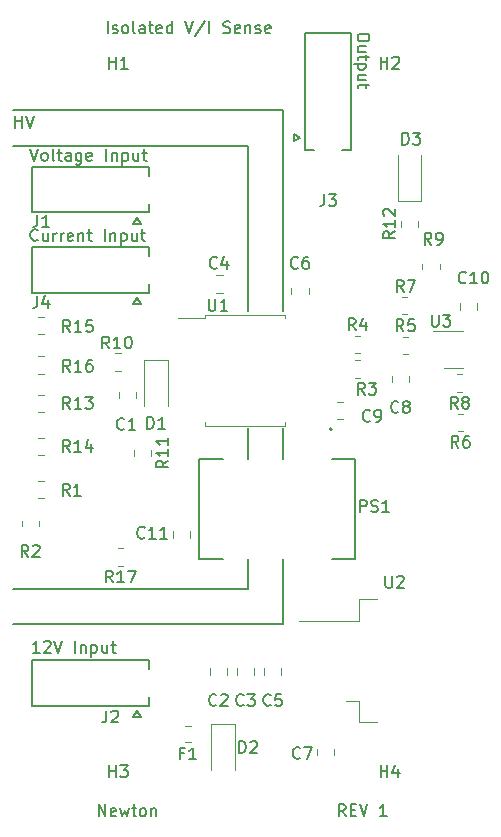
<source format=gbr>
%TF.GenerationSoftware,KiCad,Pcbnew,(6.0.0)*%
%TF.CreationDate,2023-03-29T21:01:20-06:00*%
%TF.ProjectId,isolated_voltage_and_current_sensor,69736f6c-6174-4656-945f-766f6c746167,1*%
%TF.SameCoordinates,Original*%
%TF.FileFunction,Legend,Top*%
%TF.FilePolarity,Positive*%
%FSLAX46Y46*%
G04 Gerber Fmt 4.6, Leading zero omitted, Abs format (unit mm)*
G04 Created by KiCad (PCBNEW (6.0.0)) date 2023-03-29 21:01:20*
%MOMM*%
%LPD*%
G01*
G04 APERTURE LIST*
%ADD10C,0.150000*%
%ADD11C,0.120000*%
%ADD12C,0.127000*%
%ADD13C,0.200000*%
G04 APERTURE END LIST*
D10*
X137000000Y-106500000D02*
X137000000Y-104000000D01*
X137000000Y-95500000D02*
X137000000Y-92900000D01*
X137000000Y-106500000D02*
X117100000Y-106500000D01*
X137000000Y-69000000D02*
X117100000Y-69000000D01*
X140000000Y-109500000D02*
X140000000Y-104000000D01*
X117100000Y-66000000D02*
X140000000Y-66000000D01*
X140000000Y-109500000D02*
X117100000Y-109500000D01*
X140000000Y-92900000D02*
X140000000Y-95500000D01*
X140000000Y-66000000D02*
X140000000Y-83000000D01*
X137000000Y-83000000D02*
X137000000Y-69000000D01*
X124371428Y-125752380D02*
X124371428Y-124752380D01*
X124942857Y-125752380D01*
X124942857Y-124752380D01*
X125800000Y-125704761D02*
X125704761Y-125752380D01*
X125514285Y-125752380D01*
X125419047Y-125704761D01*
X125371428Y-125609523D01*
X125371428Y-125228571D01*
X125419047Y-125133333D01*
X125514285Y-125085714D01*
X125704761Y-125085714D01*
X125800000Y-125133333D01*
X125847619Y-125228571D01*
X125847619Y-125323809D01*
X125371428Y-125419047D01*
X126180952Y-125085714D02*
X126371428Y-125752380D01*
X126561904Y-125276190D01*
X126752380Y-125752380D01*
X126942857Y-125085714D01*
X127180952Y-125085714D02*
X127561904Y-125085714D01*
X127323809Y-124752380D02*
X127323809Y-125609523D01*
X127371428Y-125704761D01*
X127466666Y-125752380D01*
X127561904Y-125752380D01*
X128038095Y-125752380D02*
X127942857Y-125704761D01*
X127895238Y-125657142D01*
X127847619Y-125561904D01*
X127847619Y-125276190D01*
X127895238Y-125180952D01*
X127942857Y-125133333D01*
X128038095Y-125085714D01*
X128180952Y-125085714D01*
X128276190Y-125133333D01*
X128323809Y-125180952D01*
X128371428Y-125276190D01*
X128371428Y-125561904D01*
X128323809Y-125657142D01*
X128276190Y-125704761D01*
X128180952Y-125752380D01*
X128038095Y-125752380D01*
X128800000Y-125085714D02*
X128800000Y-125752380D01*
X128800000Y-125180952D02*
X128847619Y-125133333D01*
X128942857Y-125085714D01*
X129085714Y-125085714D01*
X129180952Y-125133333D01*
X129228571Y-125228571D01*
X129228571Y-125752380D01*
X125119047Y-59452380D02*
X125119047Y-58452380D01*
X125547619Y-59404761D02*
X125642857Y-59452380D01*
X125833333Y-59452380D01*
X125928571Y-59404761D01*
X125976190Y-59309523D01*
X125976190Y-59261904D01*
X125928571Y-59166666D01*
X125833333Y-59119047D01*
X125690476Y-59119047D01*
X125595238Y-59071428D01*
X125547619Y-58976190D01*
X125547619Y-58928571D01*
X125595238Y-58833333D01*
X125690476Y-58785714D01*
X125833333Y-58785714D01*
X125928571Y-58833333D01*
X126547619Y-59452380D02*
X126452380Y-59404761D01*
X126404761Y-59357142D01*
X126357142Y-59261904D01*
X126357142Y-58976190D01*
X126404761Y-58880952D01*
X126452380Y-58833333D01*
X126547619Y-58785714D01*
X126690476Y-58785714D01*
X126785714Y-58833333D01*
X126833333Y-58880952D01*
X126880952Y-58976190D01*
X126880952Y-59261904D01*
X126833333Y-59357142D01*
X126785714Y-59404761D01*
X126690476Y-59452380D01*
X126547619Y-59452380D01*
X127452380Y-59452380D02*
X127357142Y-59404761D01*
X127309523Y-59309523D01*
X127309523Y-58452380D01*
X128261904Y-59452380D02*
X128261904Y-58928571D01*
X128214285Y-58833333D01*
X128119047Y-58785714D01*
X127928571Y-58785714D01*
X127833333Y-58833333D01*
X128261904Y-59404761D02*
X128166666Y-59452380D01*
X127928571Y-59452380D01*
X127833333Y-59404761D01*
X127785714Y-59309523D01*
X127785714Y-59214285D01*
X127833333Y-59119047D01*
X127928571Y-59071428D01*
X128166666Y-59071428D01*
X128261904Y-59023809D01*
X128595238Y-58785714D02*
X128976190Y-58785714D01*
X128738095Y-58452380D02*
X128738095Y-59309523D01*
X128785714Y-59404761D01*
X128880952Y-59452380D01*
X128976190Y-59452380D01*
X129690476Y-59404761D02*
X129595238Y-59452380D01*
X129404761Y-59452380D01*
X129309523Y-59404761D01*
X129261904Y-59309523D01*
X129261904Y-58928571D01*
X129309523Y-58833333D01*
X129404761Y-58785714D01*
X129595238Y-58785714D01*
X129690476Y-58833333D01*
X129738095Y-58928571D01*
X129738095Y-59023809D01*
X129261904Y-59119047D01*
X130595238Y-59452380D02*
X130595238Y-58452380D01*
X130595238Y-59404761D02*
X130500000Y-59452380D01*
X130309523Y-59452380D01*
X130214285Y-59404761D01*
X130166666Y-59357142D01*
X130119047Y-59261904D01*
X130119047Y-58976190D01*
X130166666Y-58880952D01*
X130214285Y-58833333D01*
X130309523Y-58785714D01*
X130500000Y-58785714D01*
X130595238Y-58833333D01*
X131690476Y-58452380D02*
X132023809Y-59452380D01*
X132357142Y-58452380D01*
X133404761Y-58404761D02*
X132547619Y-59690476D01*
X133738095Y-59452380D02*
X133738095Y-58452380D01*
X134928571Y-59404761D02*
X135071428Y-59452380D01*
X135309523Y-59452380D01*
X135404761Y-59404761D01*
X135452380Y-59357142D01*
X135500000Y-59261904D01*
X135500000Y-59166666D01*
X135452380Y-59071428D01*
X135404761Y-59023809D01*
X135309523Y-58976190D01*
X135119047Y-58928571D01*
X135023809Y-58880952D01*
X134976190Y-58833333D01*
X134928571Y-58738095D01*
X134928571Y-58642857D01*
X134976190Y-58547619D01*
X135023809Y-58500000D01*
X135119047Y-58452380D01*
X135357142Y-58452380D01*
X135500000Y-58500000D01*
X136309523Y-59404761D02*
X136214285Y-59452380D01*
X136023809Y-59452380D01*
X135928571Y-59404761D01*
X135880952Y-59309523D01*
X135880952Y-58928571D01*
X135928571Y-58833333D01*
X136023809Y-58785714D01*
X136214285Y-58785714D01*
X136309523Y-58833333D01*
X136357142Y-58928571D01*
X136357142Y-59023809D01*
X135880952Y-59119047D01*
X136785714Y-58785714D02*
X136785714Y-59452380D01*
X136785714Y-58880952D02*
X136833333Y-58833333D01*
X136928571Y-58785714D01*
X137071428Y-58785714D01*
X137166666Y-58833333D01*
X137214285Y-58928571D01*
X137214285Y-59452380D01*
X137642857Y-59404761D02*
X137738095Y-59452380D01*
X137928571Y-59452380D01*
X138023809Y-59404761D01*
X138071428Y-59309523D01*
X138071428Y-59261904D01*
X138023809Y-59166666D01*
X137928571Y-59119047D01*
X137785714Y-59119047D01*
X137690476Y-59071428D01*
X137642857Y-58976190D01*
X137642857Y-58928571D01*
X137690476Y-58833333D01*
X137785714Y-58785714D01*
X137928571Y-58785714D01*
X138023809Y-58833333D01*
X138880952Y-59404761D02*
X138785714Y-59452380D01*
X138595238Y-59452380D01*
X138500000Y-59404761D01*
X138452380Y-59309523D01*
X138452380Y-58928571D01*
X138500000Y-58833333D01*
X138595238Y-58785714D01*
X138785714Y-58785714D01*
X138880952Y-58833333D01*
X138928571Y-58928571D01*
X138928571Y-59023809D01*
X138452380Y-59119047D01*
X119369047Y-111912380D02*
X118797619Y-111912380D01*
X119083333Y-111912380D02*
X119083333Y-110912380D01*
X118988095Y-111055238D01*
X118892857Y-111150476D01*
X118797619Y-111198095D01*
X119750000Y-111007619D02*
X119797619Y-110960000D01*
X119892857Y-110912380D01*
X120130952Y-110912380D01*
X120226190Y-110960000D01*
X120273809Y-111007619D01*
X120321428Y-111102857D01*
X120321428Y-111198095D01*
X120273809Y-111340952D01*
X119702380Y-111912380D01*
X120321428Y-111912380D01*
X120607142Y-110912380D02*
X120940476Y-111912380D01*
X121273809Y-110912380D01*
X122369047Y-111912380D02*
X122369047Y-110912380D01*
X122845238Y-111245714D02*
X122845238Y-111912380D01*
X122845238Y-111340952D02*
X122892857Y-111293333D01*
X122988095Y-111245714D01*
X123130952Y-111245714D01*
X123226190Y-111293333D01*
X123273809Y-111388571D01*
X123273809Y-111912380D01*
X123750000Y-111245714D02*
X123750000Y-112245714D01*
X123750000Y-111293333D02*
X123845238Y-111245714D01*
X124035714Y-111245714D01*
X124130952Y-111293333D01*
X124178571Y-111340952D01*
X124226190Y-111436190D01*
X124226190Y-111721904D01*
X124178571Y-111817142D01*
X124130952Y-111864761D01*
X124035714Y-111912380D01*
X123845238Y-111912380D01*
X123750000Y-111864761D01*
X125083333Y-111245714D02*
X125083333Y-111912380D01*
X124654761Y-111245714D02*
X124654761Y-111769523D01*
X124702380Y-111864761D01*
X124797619Y-111912380D01*
X124940476Y-111912380D01*
X125035714Y-111864761D01*
X125083333Y-111817142D01*
X125416666Y-111245714D02*
X125797619Y-111245714D01*
X125559523Y-110912380D02*
X125559523Y-111769523D01*
X125607142Y-111864761D01*
X125702380Y-111912380D01*
X125797619Y-111912380D01*
X147297619Y-59726190D02*
X147297619Y-59916666D01*
X147250000Y-60011904D01*
X147154761Y-60107142D01*
X146964285Y-60154761D01*
X146630952Y-60154761D01*
X146440476Y-60107142D01*
X146345238Y-60011904D01*
X146297619Y-59916666D01*
X146297619Y-59726190D01*
X146345238Y-59630952D01*
X146440476Y-59535714D01*
X146630952Y-59488095D01*
X146964285Y-59488095D01*
X147154761Y-59535714D01*
X147250000Y-59630952D01*
X147297619Y-59726190D01*
X146964285Y-61011904D02*
X146297619Y-61011904D01*
X146964285Y-60583333D02*
X146440476Y-60583333D01*
X146345238Y-60630952D01*
X146297619Y-60726190D01*
X146297619Y-60869047D01*
X146345238Y-60964285D01*
X146392857Y-61011904D01*
X146964285Y-61345238D02*
X146964285Y-61726190D01*
X147297619Y-61488095D02*
X146440476Y-61488095D01*
X146345238Y-61535714D01*
X146297619Y-61630952D01*
X146297619Y-61726190D01*
X146964285Y-62059523D02*
X145964285Y-62059523D01*
X146916666Y-62059523D02*
X146964285Y-62154761D01*
X146964285Y-62345238D01*
X146916666Y-62440476D01*
X146869047Y-62488095D01*
X146773809Y-62535714D01*
X146488095Y-62535714D01*
X146392857Y-62488095D01*
X146345238Y-62440476D01*
X146297619Y-62345238D01*
X146297619Y-62154761D01*
X146345238Y-62059523D01*
X146964285Y-63392857D02*
X146297619Y-63392857D01*
X146964285Y-62964285D02*
X146440476Y-62964285D01*
X146345238Y-63011904D01*
X146297619Y-63107142D01*
X146297619Y-63250000D01*
X146345238Y-63345238D01*
X146392857Y-63392857D01*
X146964285Y-63726190D02*
X146964285Y-64107142D01*
X147297619Y-63869047D02*
X146440476Y-63869047D01*
X146345238Y-63916666D01*
X146297619Y-64011904D01*
X146297619Y-64107142D01*
X118571428Y-69252380D02*
X118904761Y-70252380D01*
X119238095Y-69252380D01*
X119714285Y-70252380D02*
X119619047Y-70204761D01*
X119571428Y-70157142D01*
X119523809Y-70061904D01*
X119523809Y-69776190D01*
X119571428Y-69680952D01*
X119619047Y-69633333D01*
X119714285Y-69585714D01*
X119857142Y-69585714D01*
X119952380Y-69633333D01*
X120000000Y-69680952D01*
X120047619Y-69776190D01*
X120047619Y-70061904D01*
X120000000Y-70157142D01*
X119952380Y-70204761D01*
X119857142Y-70252380D01*
X119714285Y-70252380D01*
X120619047Y-70252380D02*
X120523809Y-70204761D01*
X120476190Y-70109523D01*
X120476190Y-69252380D01*
X120857142Y-69585714D02*
X121238095Y-69585714D01*
X121000000Y-69252380D02*
X121000000Y-70109523D01*
X121047619Y-70204761D01*
X121142857Y-70252380D01*
X121238095Y-70252380D01*
X122000000Y-70252380D02*
X122000000Y-69728571D01*
X121952380Y-69633333D01*
X121857142Y-69585714D01*
X121666666Y-69585714D01*
X121571428Y-69633333D01*
X122000000Y-70204761D02*
X121904761Y-70252380D01*
X121666666Y-70252380D01*
X121571428Y-70204761D01*
X121523809Y-70109523D01*
X121523809Y-70014285D01*
X121571428Y-69919047D01*
X121666666Y-69871428D01*
X121904761Y-69871428D01*
X122000000Y-69823809D01*
X122904761Y-69585714D02*
X122904761Y-70395238D01*
X122857142Y-70490476D01*
X122809523Y-70538095D01*
X122714285Y-70585714D01*
X122571428Y-70585714D01*
X122476190Y-70538095D01*
X122904761Y-70204761D02*
X122809523Y-70252380D01*
X122619047Y-70252380D01*
X122523809Y-70204761D01*
X122476190Y-70157142D01*
X122428571Y-70061904D01*
X122428571Y-69776190D01*
X122476190Y-69680952D01*
X122523809Y-69633333D01*
X122619047Y-69585714D01*
X122809523Y-69585714D01*
X122904761Y-69633333D01*
X123761904Y-70204761D02*
X123666666Y-70252380D01*
X123476190Y-70252380D01*
X123380952Y-70204761D01*
X123333333Y-70109523D01*
X123333333Y-69728571D01*
X123380952Y-69633333D01*
X123476190Y-69585714D01*
X123666666Y-69585714D01*
X123761904Y-69633333D01*
X123809523Y-69728571D01*
X123809523Y-69823809D01*
X123333333Y-69919047D01*
X125000000Y-70252380D02*
X125000000Y-69252380D01*
X125476190Y-69585714D02*
X125476190Y-70252380D01*
X125476190Y-69680952D02*
X125523809Y-69633333D01*
X125619047Y-69585714D01*
X125761904Y-69585714D01*
X125857142Y-69633333D01*
X125904761Y-69728571D01*
X125904761Y-70252380D01*
X126380952Y-69585714D02*
X126380952Y-70585714D01*
X126380952Y-69633333D02*
X126476190Y-69585714D01*
X126666666Y-69585714D01*
X126761904Y-69633333D01*
X126809523Y-69680952D01*
X126857142Y-69776190D01*
X126857142Y-70061904D01*
X126809523Y-70157142D01*
X126761904Y-70204761D01*
X126666666Y-70252380D01*
X126476190Y-70252380D01*
X126380952Y-70204761D01*
X127714285Y-69585714D02*
X127714285Y-70252380D01*
X127285714Y-69585714D02*
X127285714Y-70109523D01*
X127333333Y-70204761D01*
X127428571Y-70252380D01*
X127571428Y-70252380D01*
X127666666Y-70204761D01*
X127714285Y-70157142D01*
X128047619Y-69585714D02*
X128428571Y-69585714D01*
X128190476Y-69252380D02*
X128190476Y-70109523D01*
X128238095Y-70204761D01*
X128333333Y-70252380D01*
X128428571Y-70252380D01*
X145271428Y-125752380D02*
X144938095Y-125276190D01*
X144700000Y-125752380D02*
X144700000Y-124752380D01*
X145080952Y-124752380D01*
X145176190Y-124800000D01*
X145223809Y-124847619D01*
X145271428Y-124942857D01*
X145271428Y-125085714D01*
X145223809Y-125180952D01*
X145176190Y-125228571D01*
X145080952Y-125276190D01*
X144700000Y-125276190D01*
X145700000Y-125228571D02*
X146033333Y-125228571D01*
X146176190Y-125752380D02*
X145700000Y-125752380D01*
X145700000Y-124752380D01*
X146176190Y-124752380D01*
X146461904Y-124752380D02*
X146795238Y-125752380D01*
X147128571Y-124752380D01*
X148747619Y-125752380D02*
X148176190Y-125752380D01*
X148461904Y-125752380D02*
X148461904Y-124752380D01*
X148366666Y-124895238D01*
X148271428Y-124990476D01*
X148176190Y-125038095D01*
X119209523Y-76957142D02*
X119161904Y-77004761D01*
X119019047Y-77052380D01*
X118923809Y-77052380D01*
X118780952Y-77004761D01*
X118685714Y-76909523D01*
X118638095Y-76814285D01*
X118590476Y-76623809D01*
X118590476Y-76480952D01*
X118638095Y-76290476D01*
X118685714Y-76195238D01*
X118780952Y-76100000D01*
X118923809Y-76052380D01*
X119019047Y-76052380D01*
X119161904Y-76100000D01*
X119209523Y-76147619D01*
X120066666Y-76385714D02*
X120066666Y-77052380D01*
X119638095Y-76385714D02*
X119638095Y-76909523D01*
X119685714Y-77004761D01*
X119780952Y-77052380D01*
X119923809Y-77052380D01*
X120019047Y-77004761D01*
X120066666Y-76957142D01*
X120542857Y-77052380D02*
X120542857Y-76385714D01*
X120542857Y-76576190D02*
X120590476Y-76480952D01*
X120638095Y-76433333D01*
X120733333Y-76385714D01*
X120828571Y-76385714D01*
X121161904Y-77052380D02*
X121161904Y-76385714D01*
X121161904Y-76576190D02*
X121209523Y-76480952D01*
X121257142Y-76433333D01*
X121352380Y-76385714D01*
X121447619Y-76385714D01*
X122161904Y-77004761D02*
X122066666Y-77052380D01*
X121876190Y-77052380D01*
X121780952Y-77004761D01*
X121733333Y-76909523D01*
X121733333Y-76528571D01*
X121780952Y-76433333D01*
X121876190Y-76385714D01*
X122066666Y-76385714D01*
X122161904Y-76433333D01*
X122209523Y-76528571D01*
X122209523Y-76623809D01*
X121733333Y-76719047D01*
X122638095Y-76385714D02*
X122638095Y-77052380D01*
X122638095Y-76480952D02*
X122685714Y-76433333D01*
X122780952Y-76385714D01*
X122923809Y-76385714D01*
X123019047Y-76433333D01*
X123066666Y-76528571D01*
X123066666Y-77052380D01*
X123400000Y-76385714D02*
X123780952Y-76385714D01*
X123542857Y-76052380D02*
X123542857Y-76909523D01*
X123590476Y-77004761D01*
X123685714Y-77052380D01*
X123780952Y-77052380D01*
X124876190Y-77052380D02*
X124876190Y-76052380D01*
X125352380Y-76385714D02*
X125352380Y-77052380D01*
X125352380Y-76480952D02*
X125400000Y-76433333D01*
X125495238Y-76385714D01*
X125638095Y-76385714D01*
X125733333Y-76433333D01*
X125780952Y-76528571D01*
X125780952Y-77052380D01*
X126257142Y-76385714D02*
X126257142Y-77385714D01*
X126257142Y-76433333D02*
X126352380Y-76385714D01*
X126542857Y-76385714D01*
X126638095Y-76433333D01*
X126685714Y-76480952D01*
X126733333Y-76576190D01*
X126733333Y-76861904D01*
X126685714Y-76957142D01*
X126638095Y-77004761D01*
X126542857Y-77052380D01*
X126352380Y-77052380D01*
X126257142Y-77004761D01*
X127590476Y-76385714D02*
X127590476Y-77052380D01*
X127161904Y-76385714D02*
X127161904Y-76909523D01*
X127209523Y-77004761D01*
X127304761Y-77052380D01*
X127447619Y-77052380D01*
X127542857Y-77004761D01*
X127590476Y-76957142D01*
X127923809Y-76385714D02*
X128304761Y-76385714D01*
X128066666Y-76052380D02*
X128066666Y-76909523D01*
X128114285Y-77004761D01*
X128209523Y-77052380D01*
X128304761Y-77052380D01*
X117285714Y-67452380D02*
X117285714Y-66452380D01*
X117285714Y-66928571D02*
X117857142Y-66928571D01*
X117857142Y-67452380D02*
X117857142Y-66452380D01*
X118190476Y-66452380D02*
X118523809Y-67452380D01*
X118857142Y-66452380D01*
%TO.C,R9*%
X152533333Y-77352380D02*
X152200000Y-76876190D01*
X151961904Y-77352380D02*
X151961904Y-76352380D01*
X152342857Y-76352380D01*
X152438095Y-76400000D01*
X152485714Y-76447619D01*
X152533333Y-76542857D01*
X152533333Y-76685714D01*
X152485714Y-76780952D01*
X152438095Y-76828571D01*
X152342857Y-76876190D01*
X151961904Y-76876190D01*
X153009523Y-77352380D02*
X153200000Y-77352380D01*
X153295238Y-77304761D01*
X153342857Y-77257142D01*
X153438095Y-77114285D01*
X153485714Y-76923809D01*
X153485714Y-76542857D01*
X153438095Y-76447619D01*
X153390476Y-76400000D01*
X153295238Y-76352380D01*
X153104761Y-76352380D01*
X153009523Y-76400000D01*
X152961904Y-76447619D01*
X152914285Y-76542857D01*
X152914285Y-76780952D01*
X152961904Y-76876190D01*
X153009523Y-76923809D01*
X153104761Y-76971428D01*
X153295238Y-76971428D01*
X153390476Y-76923809D01*
X153438095Y-76876190D01*
X153485714Y-76780952D01*
%TO.C,R15*%
X121957142Y-84752380D02*
X121623809Y-84276190D01*
X121385714Y-84752380D02*
X121385714Y-83752380D01*
X121766666Y-83752380D01*
X121861904Y-83800000D01*
X121909523Y-83847619D01*
X121957142Y-83942857D01*
X121957142Y-84085714D01*
X121909523Y-84180952D01*
X121861904Y-84228571D01*
X121766666Y-84276190D01*
X121385714Y-84276190D01*
X122909523Y-84752380D02*
X122338095Y-84752380D01*
X122623809Y-84752380D02*
X122623809Y-83752380D01*
X122528571Y-83895238D01*
X122433333Y-83990476D01*
X122338095Y-84038095D01*
X123814285Y-83752380D02*
X123338095Y-83752380D01*
X123290476Y-84228571D01*
X123338095Y-84180952D01*
X123433333Y-84133333D01*
X123671428Y-84133333D01*
X123766666Y-84180952D01*
X123814285Y-84228571D01*
X123861904Y-84323809D01*
X123861904Y-84561904D01*
X123814285Y-84657142D01*
X123766666Y-84704761D01*
X123671428Y-84752380D01*
X123433333Y-84752380D01*
X123338095Y-84704761D01*
X123290476Y-84657142D01*
%TO.C,C5*%
X138933333Y-116317142D02*
X138885714Y-116364761D01*
X138742857Y-116412380D01*
X138647619Y-116412380D01*
X138504761Y-116364761D01*
X138409523Y-116269523D01*
X138361904Y-116174285D01*
X138314285Y-115983809D01*
X138314285Y-115840952D01*
X138361904Y-115650476D01*
X138409523Y-115555238D01*
X138504761Y-115460000D01*
X138647619Y-115412380D01*
X138742857Y-115412380D01*
X138885714Y-115460000D01*
X138933333Y-115507619D01*
X139838095Y-115412380D02*
X139361904Y-115412380D01*
X139314285Y-115888571D01*
X139361904Y-115840952D01*
X139457142Y-115793333D01*
X139695238Y-115793333D01*
X139790476Y-115840952D01*
X139838095Y-115888571D01*
X139885714Y-115983809D01*
X139885714Y-116221904D01*
X139838095Y-116317142D01*
X139790476Y-116364761D01*
X139695238Y-116412380D01*
X139457142Y-116412380D01*
X139361904Y-116364761D01*
X139314285Y-116317142D01*
%TO.C,U2*%
X148638095Y-105402380D02*
X148638095Y-106211904D01*
X148685714Y-106307142D01*
X148733333Y-106354761D01*
X148828571Y-106402380D01*
X149019047Y-106402380D01*
X149114285Y-106354761D01*
X149161904Y-106307142D01*
X149209523Y-106211904D01*
X149209523Y-105402380D01*
X149638095Y-105497619D02*
X149685714Y-105450000D01*
X149780952Y-105402380D01*
X150019047Y-105402380D01*
X150114285Y-105450000D01*
X150161904Y-105497619D01*
X150209523Y-105592857D01*
X150209523Y-105688095D01*
X150161904Y-105830952D01*
X149590476Y-106402380D01*
X150209523Y-106402380D01*
%TO.C,J1*%
X119166666Y-74852380D02*
X119166666Y-75566666D01*
X119119047Y-75709523D01*
X119023809Y-75804761D01*
X118880952Y-75852380D01*
X118785714Y-75852380D01*
X120166666Y-75852380D02*
X119595238Y-75852380D01*
X119880952Y-75852380D02*
X119880952Y-74852380D01*
X119785714Y-74995238D01*
X119690476Y-75090476D01*
X119595238Y-75138095D01*
%TO.C,D2*%
X136261904Y-120402380D02*
X136261904Y-119402380D01*
X136500000Y-119402380D01*
X136642857Y-119450000D01*
X136738095Y-119545238D01*
X136785714Y-119640476D01*
X136833333Y-119830952D01*
X136833333Y-119973809D01*
X136785714Y-120164285D01*
X136738095Y-120259523D01*
X136642857Y-120354761D01*
X136500000Y-120402380D01*
X136261904Y-120402380D01*
X137214285Y-119497619D02*
X137261904Y-119450000D01*
X137357142Y-119402380D01*
X137595238Y-119402380D01*
X137690476Y-119450000D01*
X137738095Y-119497619D01*
X137785714Y-119592857D01*
X137785714Y-119688095D01*
X137738095Y-119830952D01*
X137166666Y-120402380D01*
X137785714Y-120402380D01*
%TO.C,R6*%
X154833333Y-94552380D02*
X154500000Y-94076190D01*
X154261904Y-94552380D02*
X154261904Y-93552380D01*
X154642857Y-93552380D01*
X154738095Y-93600000D01*
X154785714Y-93647619D01*
X154833333Y-93742857D01*
X154833333Y-93885714D01*
X154785714Y-93980952D01*
X154738095Y-94028571D01*
X154642857Y-94076190D01*
X154261904Y-94076190D01*
X155690476Y-93552380D02*
X155500000Y-93552380D01*
X155404761Y-93600000D01*
X155357142Y-93647619D01*
X155261904Y-93790476D01*
X155214285Y-93980952D01*
X155214285Y-94361904D01*
X155261904Y-94457142D01*
X155309523Y-94504761D01*
X155404761Y-94552380D01*
X155595238Y-94552380D01*
X155690476Y-94504761D01*
X155738095Y-94457142D01*
X155785714Y-94361904D01*
X155785714Y-94123809D01*
X155738095Y-94028571D01*
X155690476Y-93980952D01*
X155595238Y-93933333D01*
X155404761Y-93933333D01*
X155309523Y-93980952D01*
X155261904Y-94028571D01*
X155214285Y-94123809D01*
%TO.C,C3*%
X136633333Y-116317142D02*
X136585714Y-116364761D01*
X136442857Y-116412380D01*
X136347619Y-116412380D01*
X136204761Y-116364761D01*
X136109523Y-116269523D01*
X136061904Y-116174285D01*
X136014285Y-115983809D01*
X136014285Y-115840952D01*
X136061904Y-115650476D01*
X136109523Y-115555238D01*
X136204761Y-115460000D01*
X136347619Y-115412380D01*
X136442857Y-115412380D01*
X136585714Y-115460000D01*
X136633333Y-115507619D01*
X136966666Y-115412380D02*
X137585714Y-115412380D01*
X137252380Y-115793333D01*
X137395238Y-115793333D01*
X137490476Y-115840952D01*
X137538095Y-115888571D01*
X137585714Y-115983809D01*
X137585714Y-116221904D01*
X137538095Y-116317142D01*
X137490476Y-116364761D01*
X137395238Y-116412380D01*
X137109523Y-116412380D01*
X137014285Y-116364761D01*
X136966666Y-116317142D01*
%TO.C,U3*%
X152578095Y-83302380D02*
X152578095Y-84111904D01*
X152625714Y-84207142D01*
X152673333Y-84254761D01*
X152768571Y-84302380D01*
X152959047Y-84302380D01*
X153054285Y-84254761D01*
X153101904Y-84207142D01*
X153149523Y-84111904D01*
X153149523Y-83302380D01*
X153530476Y-83302380D02*
X154149523Y-83302380D01*
X153816190Y-83683333D01*
X153959047Y-83683333D01*
X154054285Y-83730952D01*
X154101904Y-83778571D01*
X154149523Y-83873809D01*
X154149523Y-84111904D01*
X154101904Y-84207142D01*
X154054285Y-84254761D01*
X153959047Y-84302380D01*
X153673333Y-84302380D01*
X153578095Y-84254761D01*
X153530476Y-84207142D01*
%TO.C,U1*%
X133688095Y-81952380D02*
X133688095Y-82761904D01*
X133735714Y-82857142D01*
X133783333Y-82904761D01*
X133878571Y-82952380D01*
X134069047Y-82952380D01*
X134164285Y-82904761D01*
X134211904Y-82857142D01*
X134259523Y-82761904D01*
X134259523Y-81952380D01*
X135259523Y-82952380D02*
X134688095Y-82952380D01*
X134973809Y-82952380D02*
X134973809Y-81952380D01*
X134878571Y-82095238D01*
X134783333Y-82190476D01*
X134688095Y-82238095D01*
%TO.C,H4*%
X148238095Y-122452380D02*
X148238095Y-121452380D01*
X148238095Y-121928571D02*
X148809523Y-121928571D01*
X148809523Y-122452380D02*
X148809523Y-121452380D01*
X149714285Y-121785714D02*
X149714285Y-122452380D01*
X149476190Y-121404761D02*
X149238095Y-122119047D01*
X149857142Y-122119047D01*
%TO.C,C6*%
X141233333Y-79307142D02*
X141185714Y-79354761D01*
X141042857Y-79402380D01*
X140947619Y-79402380D01*
X140804761Y-79354761D01*
X140709523Y-79259523D01*
X140661904Y-79164285D01*
X140614285Y-78973809D01*
X140614285Y-78830952D01*
X140661904Y-78640476D01*
X140709523Y-78545238D01*
X140804761Y-78450000D01*
X140947619Y-78402380D01*
X141042857Y-78402380D01*
X141185714Y-78450000D01*
X141233333Y-78497619D01*
X142090476Y-78402380D02*
X141900000Y-78402380D01*
X141804761Y-78450000D01*
X141757142Y-78497619D01*
X141661904Y-78640476D01*
X141614285Y-78830952D01*
X141614285Y-79211904D01*
X141661904Y-79307142D01*
X141709523Y-79354761D01*
X141804761Y-79402380D01*
X141995238Y-79402380D01*
X142090476Y-79354761D01*
X142138095Y-79307142D01*
X142185714Y-79211904D01*
X142185714Y-78973809D01*
X142138095Y-78878571D01*
X142090476Y-78830952D01*
X141995238Y-78783333D01*
X141804761Y-78783333D01*
X141709523Y-78830952D01*
X141661904Y-78878571D01*
X141614285Y-78973809D01*
%TO.C,C4*%
X134383333Y-79307142D02*
X134335714Y-79354761D01*
X134192857Y-79402380D01*
X134097619Y-79402380D01*
X133954761Y-79354761D01*
X133859523Y-79259523D01*
X133811904Y-79164285D01*
X133764285Y-78973809D01*
X133764285Y-78830952D01*
X133811904Y-78640476D01*
X133859523Y-78545238D01*
X133954761Y-78450000D01*
X134097619Y-78402380D01*
X134192857Y-78402380D01*
X134335714Y-78450000D01*
X134383333Y-78497619D01*
X135240476Y-78735714D02*
X135240476Y-79402380D01*
X135002380Y-78354761D02*
X134764285Y-79069047D01*
X135383333Y-79069047D01*
%TO.C,C9*%
X147333333Y-92257142D02*
X147285714Y-92304761D01*
X147142857Y-92352380D01*
X147047619Y-92352380D01*
X146904761Y-92304761D01*
X146809523Y-92209523D01*
X146761904Y-92114285D01*
X146714285Y-91923809D01*
X146714285Y-91780952D01*
X146761904Y-91590476D01*
X146809523Y-91495238D01*
X146904761Y-91400000D01*
X147047619Y-91352380D01*
X147142857Y-91352380D01*
X147285714Y-91400000D01*
X147333333Y-91447619D01*
X147809523Y-92352380D02*
X148000000Y-92352380D01*
X148095238Y-92304761D01*
X148142857Y-92257142D01*
X148238095Y-92114285D01*
X148285714Y-91923809D01*
X148285714Y-91542857D01*
X148238095Y-91447619D01*
X148190476Y-91400000D01*
X148095238Y-91352380D01*
X147904761Y-91352380D01*
X147809523Y-91400000D01*
X147761904Y-91447619D01*
X147714285Y-91542857D01*
X147714285Y-91780952D01*
X147761904Y-91876190D01*
X147809523Y-91923809D01*
X147904761Y-91971428D01*
X148095238Y-91971428D01*
X148190476Y-91923809D01*
X148238095Y-91876190D01*
X148285714Y-91780952D01*
%TO.C,C10*%
X155457142Y-80557142D02*
X155409523Y-80604761D01*
X155266666Y-80652380D01*
X155171428Y-80652380D01*
X155028571Y-80604761D01*
X154933333Y-80509523D01*
X154885714Y-80414285D01*
X154838095Y-80223809D01*
X154838095Y-80080952D01*
X154885714Y-79890476D01*
X154933333Y-79795238D01*
X155028571Y-79700000D01*
X155171428Y-79652380D01*
X155266666Y-79652380D01*
X155409523Y-79700000D01*
X155457142Y-79747619D01*
X156409523Y-80652380D02*
X155838095Y-80652380D01*
X156123809Y-80652380D02*
X156123809Y-79652380D01*
X156028571Y-79795238D01*
X155933333Y-79890476D01*
X155838095Y-79938095D01*
X157028571Y-79652380D02*
X157123809Y-79652380D01*
X157219047Y-79700000D01*
X157266666Y-79747619D01*
X157314285Y-79842857D01*
X157361904Y-80033333D01*
X157361904Y-80271428D01*
X157314285Y-80461904D01*
X157266666Y-80557142D01*
X157219047Y-80604761D01*
X157123809Y-80652380D01*
X157028571Y-80652380D01*
X156933333Y-80604761D01*
X156885714Y-80557142D01*
X156838095Y-80461904D01*
X156790476Y-80271428D01*
X156790476Y-80033333D01*
X156838095Y-79842857D01*
X156885714Y-79747619D01*
X156933333Y-79700000D01*
X157028571Y-79652380D01*
%TO.C,C8*%
X149733333Y-91507142D02*
X149685714Y-91554761D01*
X149542857Y-91602380D01*
X149447619Y-91602380D01*
X149304761Y-91554761D01*
X149209523Y-91459523D01*
X149161904Y-91364285D01*
X149114285Y-91173809D01*
X149114285Y-91030952D01*
X149161904Y-90840476D01*
X149209523Y-90745238D01*
X149304761Y-90650000D01*
X149447619Y-90602380D01*
X149542857Y-90602380D01*
X149685714Y-90650000D01*
X149733333Y-90697619D01*
X150304761Y-91030952D02*
X150209523Y-90983333D01*
X150161904Y-90935714D01*
X150114285Y-90840476D01*
X150114285Y-90792857D01*
X150161904Y-90697619D01*
X150209523Y-90650000D01*
X150304761Y-90602380D01*
X150495238Y-90602380D01*
X150590476Y-90650000D01*
X150638095Y-90697619D01*
X150685714Y-90792857D01*
X150685714Y-90840476D01*
X150638095Y-90935714D01*
X150590476Y-90983333D01*
X150495238Y-91030952D01*
X150304761Y-91030952D01*
X150209523Y-91078571D01*
X150161904Y-91126190D01*
X150114285Y-91221428D01*
X150114285Y-91411904D01*
X150161904Y-91507142D01*
X150209523Y-91554761D01*
X150304761Y-91602380D01*
X150495238Y-91602380D01*
X150590476Y-91554761D01*
X150638095Y-91507142D01*
X150685714Y-91411904D01*
X150685714Y-91221428D01*
X150638095Y-91126190D01*
X150590476Y-91078571D01*
X150495238Y-91030952D01*
%TO.C,H3*%
X125238095Y-122452380D02*
X125238095Y-121452380D01*
X125238095Y-121928571D02*
X125809523Y-121928571D01*
X125809523Y-122452380D02*
X125809523Y-121452380D01*
X126190476Y-121452380D02*
X126809523Y-121452380D01*
X126476190Y-121833333D01*
X126619047Y-121833333D01*
X126714285Y-121880952D01*
X126761904Y-121928571D01*
X126809523Y-122023809D01*
X126809523Y-122261904D01*
X126761904Y-122357142D01*
X126714285Y-122404761D01*
X126619047Y-122452380D01*
X126333333Y-122452380D01*
X126238095Y-122404761D01*
X126190476Y-122357142D01*
%TO.C,J4*%
X119166666Y-81702380D02*
X119166666Y-82416666D01*
X119119047Y-82559523D01*
X119023809Y-82654761D01*
X118880952Y-82702380D01*
X118785714Y-82702380D01*
X120071428Y-82035714D02*
X120071428Y-82702380D01*
X119833333Y-81654761D02*
X119595238Y-82369047D01*
X120214285Y-82369047D01*
%TO.C,R16*%
X121957142Y-88114880D02*
X121623809Y-87638690D01*
X121385714Y-88114880D02*
X121385714Y-87114880D01*
X121766666Y-87114880D01*
X121861904Y-87162500D01*
X121909523Y-87210119D01*
X121957142Y-87305357D01*
X121957142Y-87448214D01*
X121909523Y-87543452D01*
X121861904Y-87591071D01*
X121766666Y-87638690D01*
X121385714Y-87638690D01*
X122909523Y-88114880D02*
X122338095Y-88114880D01*
X122623809Y-88114880D02*
X122623809Y-87114880D01*
X122528571Y-87257738D01*
X122433333Y-87352976D01*
X122338095Y-87400595D01*
X123766666Y-87114880D02*
X123576190Y-87114880D01*
X123480952Y-87162500D01*
X123433333Y-87210119D01*
X123338095Y-87352976D01*
X123290476Y-87543452D01*
X123290476Y-87924404D01*
X123338095Y-88019642D01*
X123385714Y-88067261D01*
X123480952Y-88114880D01*
X123671428Y-88114880D01*
X123766666Y-88067261D01*
X123814285Y-88019642D01*
X123861904Y-87924404D01*
X123861904Y-87686309D01*
X123814285Y-87591071D01*
X123766666Y-87543452D01*
X123671428Y-87495833D01*
X123480952Y-87495833D01*
X123385714Y-87543452D01*
X123338095Y-87591071D01*
X123290476Y-87686309D01*
%TO.C,H1*%
X125238095Y-62452380D02*
X125238095Y-61452380D01*
X125238095Y-61928571D02*
X125809523Y-61928571D01*
X125809523Y-62452380D02*
X125809523Y-61452380D01*
X126809523Y-62452380D02*
X126238095Y-62452380D01*
X126523809Y-62452380D02*
X126523809Y-61452380D01*
X126428571Y-61595238D01*
X126333333Y-61690476D01*
X126238095Y-61738095D01*
%TO.C,R14*%
X121932142Y-94902380D02*
X121598809Y-94426190D01*
X121360714Y-94902380D02*
X121360714Y-93902380D01*
X121741666Y-93902380D01*
X121836904Y-93950000D01*
X121884523Y-93997619D01*
X121932142Y-94092857D01*
X121932142Y-94235714D01*
X121884523Y-94330952D01*
X121836904Y-94378571D01*
X121741666Y-94426190D01*
X121360714Y-94426190D01*
X122884523Y-94902380D02*
X122313095Y-94902380D01*
X122598809Y-94902380D02*
X122598809Y-93902380D01*
X122503571Y-94045238D01*
X122408333Y-94140476D01*
X122313095Y-94188095D01*
X123741666Y-94235714D02*
X123741666Y-94902380D01*
X123503571Y-93854761D02*
X123265476Y-94569047D01*
X123884523Y-94569047D01*
%TO.C,PS1*%
X146485714Y-99992380D02*
X146485714Y-98992380D01*
X146866666Y-98992380D01*
X146961904Y-99040000D01*
X147009523Y-99087619D01*
X147057142Y-99182857D01*
X147057142Y-99325714D01*
X147009523Y-99420952D01*
X146961904Y-99468571D01*
X146866666Y-99516190D01*
X146485714Y-99516190D01*
X147438095Y-99944761D02*
X147580952Y-99992380D01*
X147819047Y-99992380D01*
X147914285Y-99944761D01*
X147961904Y-99897142D01*
X148009523Y-99801904D01*
X148009523Y-99706666D01*
X147961904Y-99611428D01*
X147914285Y-99563809D01*
X147819047Y-99516190D01*
X147628571Y-99468571D01*
X147533333Y-99420952D01*
X147485714Y-99373333D01*
X147438095Y-99278095D01*
X147438095Y-99182857D01*
X147485714Y-99087619D01*
X147533333Y-99040000D01*
X147628571Y-98992380D01*
X147866666Y-98992380D01*
X148009523Y-99040000D01*
X148961904Y-99992380D02*
X148390476Y-99992380D01*
X148676190Y-99992380D02*
X148676190Y-98992380D01*
X148580952Y-99135238D01*
X148485714Y-99230476D01*
X148390476Y-99278095D01*
%TO.C,R5*%
X150173333Y-84692380D02*
X149840000Y-84216190D01*
X149601904Y-84692380D02*
X149601904Y-83692380D01*
X149982857Y-83692380D01*
X150078095Y-83740000D01*
X150125714Y-83787619D01*
X150173333Y-83882857D01*
X150173333Y-84025714D01*
X150125714Y-84120952D01*
X150078095Y-84168571D01*
X149982857Y-84216190D01*
X149601904Y-84216190D01*
X151078095Y-83692380D02*
X150601904Y-83692380D01*
X150554285Y-84168571D01*
X150601904Y-84120952D01*
X150697142Y-84073333D01*
X150935238Y-84073333D01*
X151030476Y-84120952D01*
X151078095Y-84168571D01*
X151125714Y-84263809D01*
X151125714Y-84501904D01*
X151078095Y-84597142D01*
X151030476Y-84644761D01*
X150935238Y-84692380D01*
X150697142Y-84692380D01*
X150601904Y-84644761D01*
X150554285Y-84597142D01*
%TO.C,R7*%
X150183333Y-81352380D02*
X149850000Y-80876190D01*
X149611904Y-81352380D02*
X149611904Y-80352380D01*
X149992857Y-80352380D01*
X150088095Y-80400000D01*
X150135714Y-80447619D01*
X150183333Y-80542857D01*
X150183333Y-80685714D01*
X150135714Y-80780952D01*
X150088095Y-80828571D01*
X149992857Y-80876190D01*
X149611904Y-80876190D01*
X150516666Y-80352380D02*
X151183333Y-80352380D01*
X150754761Y-81352380D01*
%TO.C,R17*%
X125557142Y-105952380D02*
X125223809Y-105476190D01*
X124985714Y-105952380D02*
X124985714Y-104952380D01*
X125366666Y-104952380D01*
X125461904Y-105000000D01*
X125509523Y-105047619D01*
X125557142Y-105142857D01*
X125557142Y-105285714D01*
X125509523Y-105380952D01*
X125461904Y-105428571D01*
X125366666Y-105476190D01*
X124985714Y-105476190D01*
X126509523Y-105952380D02*
X125938095Y-105952380D01*
X126223809Y-105952380D02*
X126223809Y-104952380D01*
X126128571Y-105095238D01*
X126033333Y-105190476D01*
X125938095Y-105238095D01*
X126842857Y-104952380D02*
X127509523Y-104952380D01*
X127080952Y-105952380D01*
%TO.C,R8*%
X154773333Y-91242380D02*
X154440000Y-90766190D01*
X154201904Y-91242380D02*
X154201904Y-90242380D01*
X154582857Y-90242380D01*
X154678095Y-90290000D01*
X154725714Y-90337619D01*
X154773333Y-90432857D01*
X154773333Y-90575714D01*
X154725714Y-90670952D01*
X154678095Y-90718571D01*
X154582857Y-90766190D01*
X154201904Y-90766190D01*
X155344761Y-90670952D02*
X155249523Y-90623333D01*
X155201904Y-90575714D01*
X155154285Y-90480476D01*
X155154285Y-90432857D01*
X155201904Y-90337619D01*
X155249523Y-90290000D01*
X155344761Y-90242380D01*
X155535238Y-90242380D01*
X155630476Y-90290000D01*
X155678095Y-90337619D01*
X155725714Y-90432857D01*
X155725714Y-90480476D01*
X155678095Y-90575714D01*
X155630476Y-90623333D01*
X155535238Y-90670952D01*
X155344761Y-90670952D01*
X155249523Y-90718571D01*
X155201904Y-90766190D01*
X155154285Y-90861428D01*
X155154285Y-91051904D01*
X155201904Y-91147142D01*
X155249523Y-91194761D01*
X155344761Y-91242380D01*
X155535238Y-91242380D01*
X155630476Y-91194761D01*
X155678095Y-91147142D01*
X155725714Y-91051904D01*
X155725714Y-90861428D01*
X155678095Y-90766190D01*
X155630476Y-90718571D01*
X155535238Y-90670952D01*
%TO.C,D3*%
X150061904Y-68892380D02*
X150061904Y-67892380D01*
X150300000Y-67892380D01*
X150442857Y-67940000D01*
X150538095Y-68035238D01*
X150585714Y-68130476D01*
X150633333Y-68320952D01*
X150633333Y-68463809D01*
X150585714Y-68654285D01*
X150538095Y-68749523D01*
X150442857Y-68844761D01*
X150300000Y-68892380D01*
X150061904Y-68892380D01*
X150966666Y-67892380D02*
X151585714Y-67892380D01*
X151252380Y-68273333D01*
X151395238Y-68273333D01*
X151490476Y-68320952D01*
X151538095Y-68368571D01*
X151585714Y-68463809D01*
X151585714Y-68701904D01*
X151538095Y-68797142D01*
X151490476Y-68844761D01*
X151395238Y-68892380D01*
X151109523Y-68892380D01*
X151014285Y-68844761D01*
X150966666Y-68797142D01*
%TO.C,R4*%
X146120833Y-84602380D02*
X145787500Y-84126190D01*
X145549404Y-84602380D02*
X145549404Y-83602380D01*
X145930357Y-83602380D01*
X146025595Y-83650000D01*
X146073214Y-83697619D01*
X146120833Y-83792857D01*
X146120833Y-83935714D01*
X146073214Y-84030952D01*
X146025595Y-84078571D01*
X145930357Y-84126190D01*
X145549404Y-84126190D01*
X146977976Y-83935714D02*
X146977976Y-84602380D01*
X146739880Y-83554761D02*
X146501785Y-84269047D01*
X147120833Y-84269047D01*
%TO.C,R10*%
X125257142Y-86152380D02*
X124923809Y-85676190D01*
X124685714Y-86152380D02*
X124685714Y-85152380D01*
X125066666Y-85152380D01*
X125161904Y-85200000D01*
X125209523Y-85247619D01*
X125257142Y-85342857D01*
X125257142Y-85485714D01*
X125209523Y-85580952D01*
X125161904Y-85628571D01*
X125066666Y-85676190D01*
X124685714Y-85676190D01*
X126209523Y-86152380D02*
X125638095Y-86152380D01*
X125923809Y-86152380D02*
X125923809Y-85152380D01*
X125828571Y-85295238D01*
X125733333Y-85390476D01*
X125638095Y-85438095D01*
X126828571Y-85152380D02*
X126923809Y-85152380D01*
X127019047Y-85200000D01*
X127066666Y-85247619D01*
X127114285Y-85342857D01*
X127161904Y-85533333D01*
X127161904Y-85771428D01*
X127114285Y-85961904D01*
X127066666Y-86057142D01*
X127019047Y-86104761D01*
X126923809Y-86152380D01*
X126828571Y-86152380D01*
X126733333Y-86104761D01*
X126685714Y-86057142D01*
X126638095Y-85961904D01*
X126590476Y-85771428D01*
X126590476Y-85533333D01*
X126638095Y-85342857D01*
X126685714Y-85247619D01*
X126733333Y-85200000D01*
X126828571Y-85152380D01*
%TO.C,R12*%
X149452380Y-76242857D02*
X148976190Y-76576190D01*
X149452380Y-76814285D02*
X148452380Y-76814285D01*
X148452380Y-76433333D01*
X148500000Y-76338095D01*
X148547619Y-76290476D01*
X148642857Y-76242857D01*
X148785714Y-76242857D01*
X148880952Y-76290476D01*
X148928571Y-76338095D01*
X148976190Y-76433333D01*
X148976190Y-76814285D01*
X149452380Y-75290476D02*
X149452380Y-75861904D01*
X149452380Y-75576190D02*
X148452380Y-75576190D01*
X148595238Y-75671428D01*
X148690476Y-75766666D01*
X148738095Y-75861904D01*
X148547619Y-74909523D02*
X148500000Y-74861904D01*
X148452380Y-74766666D01*
X148452380Y-74528571D01*
X148500000Y-74433333D01*
X148547619Y-74385714D01*
X148642857Y-74338095D01*
X148738095Y-74338095D01*
X148880952Y-74385714D01*
X149452380Y-74957142D01*
X149452380Y-74338095D01*
%TO.C,R3*%
X146893333Y-90052380D02*
X146560000Y-89576190D01*
X146321904Y-90052380D02*
X146321904Y-89052380D01*
X146702857Y-89052380D01*
X146798095Y-89100000D01*
X146845714Y-89147619D01*
X146893333Y-89242857D01*
X146893333Y-89385714D01*
X146845714Y-89480952D01*
X146798095Y-89528571D01*
X146702857Y-89576190D01*
X146321904Y-89576190D01*
X147226666Y-89052380D02*
X147845714Y-89052380D01*
X147512380Y-89433333D01*
X147655238Y-89433333D01*
X147750476Y-89480952D01*
X147798095Y-89528571D01*
X147845714Y-89623809D01*
X147845714Y-89861904D01*
X147798095Y-89957142D01*
X147750476Y-90004761D01*
X147655238Y-90052380D01*
X147369523Y-90052380D01*
X147274285Y-90004761D01*
X147226666Y-89957142D01*
%TO.C,C2*%
X134333333Y-116317142D02*
X134285714Y-116364761D01*
X134142857Y-116412380D01*
X134047619Y-116412380D01*
X133904761Y-116364761D01*
X133809523Y-116269523D01*
X133761904Y-116174285D01*
X133714285Y-115983809D01*
X133714285Y-115840952D01*
X133761904Y-115650476D01*
X133809523Y-115555238D01*
X133904761Y-115460000D01*
X134047619Y-115412380D01*
X134142857Y-115412380D01*
X134285714Y-115460000D01*
X134333333Y-115507619D01*
X134714285Y-115507619D02*
X134761904Y-115460000D01*
X134857142Y-115412380D01*
X135095238Y-115412380D01*
X135190476Y-115460000D01*
X135238095Y-115507619D01*
X135285714Y-115602857D01*
X135285714Y-115698095D01*
X135238095Y-115840952D01*
X134666666Y-116412380D01*
X135285714Y-116412380D01*
%TO.C,C1*%
X126533333Y-92944642D02*
X126485714Y-92992261D01*
X126342857Y-93039880D01*
X126247619Y-93039880D01*
X126104761Y-92992261D01*
X126009523Y-92897023D01*
X125961904Y-92801785D01*
X125914285Y-92611309D01*
X125914285Y-92468452D01*
X125961904Y-92277976D01*
X126009523Y-92182738D01*
X126104761Y-92087500D01*
X126247619Y-92039880D01*
X126342857Y-92039880D01*
X126485714Y-92087500D01*
X126533333Y-92135119D01*
X127485714Y-93039880D02*
X126914285Y-93039880D01*
X127200000Y-93039880D02*
X127200000Y-92039880D01*
X127104761Y-92182738D01*
X127009523Y-92277976D01*
X126914285Y-92325595D01*
%TO.C,F1*%
X131566666Y-120428571D02*
X131233333Y-120428571D01*
X131233333Y-120952380D02*
X131233333Y-119952380D01*
X131709523Y-119952380D01*
X132614285Y-120952380D02*
X132042857Y-120952380D01*
X132328571Y-120952380D02*
X132328571Y-119952380D01*
X132233333Y-120095238D01*
X132138095Y-120190476D01*
X132042857Y-120238095D01*
%TO.C,J3*%
X143466666Y-73092380D02*
X143466666Y-73806666D01*
X143419047Y-73949523D01*
X143323809Y-74044761D01*
X143180952Y-74092380D01*
X143085714Y-74092380D01*
X143847619Y-73092380D02*
X144466666Y-73092380D01*
X144133333Y-73473333D01*
X144276190Y-73473333D01*
X144371428Y-73520952D01*
X144419047Y-73568571D01*
X144466666Y-73663809D01*
X144466666Y-73901904D01*
X144419047Y-73997142D01*
X144371428Y-74044761D01*
X144276190Y-74092380D01*
X143990476Y-74092380D01*
X143895238Y-74044761D01*
X143847619Y-73997142D01*
%TO.C,D1*%
X128461904Y-92939880D02*
X128461904Y-91939880D01*
X128700000Y-91939880D01*
X128842857Y-91987500D01*
X128938095Y-92082738D01*
X128985714Y-92177976D01*
X129033333Y-92368452D01*
X129033333Y-92511309D01*
X128985714Y-92701785D01*
X128938095Y-92797023D01*
X128842857Y-92892261D01*
X128700000Y-92939880D01*
X128461904Y-92939880D01*
X129985714Y-92939880D02*
X129414285Y-92939880D01*
X129700000Y-92939880D02*
X129700000Y-91939880D01*
X129604761Y-92082738D01*
X129509523Y-92177976D01*
X129414285Y-92225595D01*
%TO.C,R1*%
X121908333Y-98602380D02*
X121575000Y-98126190D01*
X121336904Y-98602380D02*
X121336904Y-97602380D01*
X121717857Y-97602380D01*
X121813095Y-97650000D01*
X121860714Y-97697619D01*
X121908333Y-97792857D01*
X121908333Y-97935714D01*
X121860714Y-98030952D01*
X121813095Y-98078571D01*
X121717857Y-98126190D01*
X121336904Y-98126190D01*
X122860714Y-98602380D02*
X122289285Y-98602380D01*
X122575000Y-98602380D02*
X122575000Y-97602380D01*
X122479761Y-97745238D01*
X122384523Y-97840476D01*
X122289285Y-97888095D01*
%TO.C,R11*%
X130252380Y-95642857D02*
X129776190Y-95976190D01*
X130252380Y-96214285D02*
X129252380Y-96214285D01*
X129252380Y-95833333D01*
X129300000Y-95738095D01*
X129347619Y-95690476D01*
X129442857Y-95642857D01*
X129585714Y-95642857D01*
X129680952Y-95690476D01*
X129728571Y-95738095D01*
X129776190Y-95833333D01*
X129776190Y-96214285D01*
X130252380Y-94690476D02*
X130252380Y-95261904D01*
X130252380Y-94976190D02*
X129252380Y-94976190D01*
X129395238Y-95071428D01*
X129490476Y-95166666D01*
X129538095Y-95261904D01*
X130252380Y-93738095D02*
X130252380Y-94309523D01*
X130252380Y-94023809D02*
X129252380Y-94023809D01*
X129395238Y-94119047D01*
X129490476Y-94214285D01*
X129538095Y-94309523D01*
%TO.C,R2*%
X118408333Y-103802380D02*
X118075000Y-103326190D01*
X117836904Y-103802380D02*
X117836904Y-102802380D01*
X118217857Y-102802380D01*
X118313095Y-102850000D01*
X118360714Y-102897619D01*
X118408333Y-102992857D01*
X118408333Y-103135714D01*
X118360714Y-103230952D01*
X118313095Y-103278571D01*
X118217857Y-103326190D01*
X117836904Y-103326190D01*
X118789285Y-102897619D02*
X118836904Y-102850000D01*
X118932142Y-102802380D01*
X119170238Y-102802380D01*
X119265476Y-102850000D01*
X119313095Y-102897619D01*
X119360714Y-102992857D01*
X119360714Y-103088095D01*
X119313095Y-103230952D01*
X118741666Y-103802380D01*
X119360714Y-103802380D01*
%TO.C,C11*%
X128257142Y-102157142D02*
X128209523Y-102204761D01*
X128066666Y-102252380D01*
X127971428Y-102252380D01*
X127828571Y-102204761D01*
X127733333Y-102109523D01*
X127685714Y-102014285D01*
X127638095Y-101823809D01*
X127638095Y-101680952D01*
X127685714Y-101490476D01*
X127733333Y-101395238D01*
X127828571Y-101300000D01*
X127971428Y-101252380D01*
X128066666Y-101252380D01*
X128209523Y-101300000D01*
X128257142Y-101347619D01*
X129209523Y-102252380D02*
X128638095Y-102252380D01*
X128923809Y-102252380D02*
X128923809Y-101252380D01*
X128828571Y-101395238D01*
X128733333Y-101490476D01*
X128638095Y-101538095D01*
X130161904Y-102252380D02*
X129590476Y-102252380D01*
X129876190Y-102252380D02*
X129876190Y-101252380D01*
X129780952Y-101395238D01*
X129685714Y-101490476D01*
X129590476Y-101538095D01*
%TO.C,H2*%
X148238095Y-62452380D02*
X148238095Y-61452380D01*
X148238095Y-61928571D02*
X148809523Y-61928571D01*
X148809523Y-62452380D02*
X148809523Y-61452380D01*
X149238095Y-61547619D02*
X149285714Y-61500000D01*
X149380952Y-61452380D01*
X149619047Y-61452380D01*
X149714285Y-61500000D01*
X149761904Y-61547619D01*
X149809523Y-61642857D01*
X149809523Y-61738095D01*
X149761904Y-61880952D01*
X149190476Y-62452380D01*
X149809523Y-62452380D01*
%TO.C,C7*%
X141433333Y-120807142D02*
X141385714Y-120854761D01*
X141242857Y-120902380D01*
X141147619Y-120902380D01*
X141004761Y-120854761D01*
X140909523Y-120759523D01*
X140861904Y-120664285D01*
X140814285Y-120473809D01*
X140814285Y-120330952D01*
X140861904Y-120140476D01*
X140909523Y-120045238D01*
X141004761Y-119950000D01*
X141147619Y-119902380D01*
X141242857Y-119902380D01*
X141385714Y-119950000D01*
X141433333Y-119997619D01*
X141766666Y-119902380D02*
X142433333Y-119902380D01*
X142004761Y-120902380D01*
%TO.C,R13*%
X121944642Y-91252380D02*
X121611309Y-90776190D01*
X121373214Y-91252380D02*
X121373214Y-90252380D01*
X121754166Y-90252380D01*
X121849404Y-90300000D01*
X121897023Y-90347619D01*
X121944642Y-90442857D01*
X121944642Y-90585714D01*
X121897023Y-90680952D01*
X121849404Y-90728571D01*
X121754166Y-90776190D01*
X121373214Y-90776190D01*
X122897023Y-91252380D02*
X122325595Y-91252380D01*
X122611309Y-91252380D02*
X122611309Y-90252380D01*
X122516071Y-90395238D01*
X122420833Y-90490476D01*
X122325595Y-90538095D01*
X123230357Y-90252380D02*
X123849404Y-90252380D01*
X123516071Y-90633333D01*
X123658928Y-90633333D01*
X123754166Y-90680952D01*
X123801785Y-90728571D01*
X123849404Y-90823809D01*
X123849404Y-91061904D01*
X123801785Y-91157142D01*
X123754166Y-91204761D01*
X123658928Y-91252380D01*
X123373214Y-91252380D01*
X123277976Y-91204761D01*
X123230357Y-91157142D01*
%TO.C,J2*%
X125016666Y-116812380D02*
X125016666Y-117526666D01*
X124969047Y-117669523D01*
X124873809Y-117764761D01*
X124730952Y-117812380D01*
X124635714Y-117812380D01*
X125445238Y-116907619D02*
X125492857Y-116860000D01*
X125588095Y-116812380D01*
X125826190Y-116812380D01*
X125921428Y-116860000D01*
X125969047Y-116907619D01*
X126016666Y-117002857D01*
X126016666Y-117098095D01*
X125969047Y-117240952D01*
X125397619Y-117812380D01*
X126016666Y-117812380D01*
D11*
%TO.C,R9*%
X153235000Y-79427064D02*
X153235000Y-78972936D01*
X151765000Y-79427064D02*
X151765000Y-78972936D01*
%TO.C,R15*%
X119727064Y-83465000D02*
X119272936Y-83465000D01*
X119727064Y-84935000D02*
X119272936Y-84935000D01*
%TO.C,C5*%
X138365000Y-113248748D02*
X138365000Y-113771252D01*
X139835000Y-113248748D02*
X139835000Y-113771252D01*
%TO.C,U2*%
X147950000Y-107400000D02*
X146450000Y-107400000D01*
X146450000Y-117800000D02*
X146450000Y-115990000D01*
X146450000Y-107400000D02*
X146450000Y-109210000D01*
X146450000Y-109210000D02*
X141325000Y-109210000D01*
X147950000Y-117800000D02*
X146450000Y-117800000D01*
X146450000Y-115990000D02*
X145350000Y-115990000D01*
D12*
%TO.C,J1*%
X128620000Y-74635000D02*
X118710000Y-74635000D01*
X127910000Y-75610000D02*
X127610000Y-75110000D01*
X127610000Y-75110000D02*
X127310000Y-75610000D01*
X128620000Y-74635000D02*
X128620000Y-73910000D01*
X118710000Y-70785000D02*
X128620000Y-70785000D01*
X127310000Y-75610000D02*
X127910000Y-75610000D01*
X118710000Y-74635000D02*
X118710000Y-70785000D01*
X128620000Y-70785000D02*
X128620000Y-71510000D01*
D11*
%TO.C,D2*%
X135900000Y-117950000D02*
X133900000Y-117950000D01*
X133900000Y-117950000D02*
X133900000Y-121850000D01*
X135900000Y-117950000D02*
X135900000Y-121850000D01*
%TO.C,R6*%
X154772936Y-91665000D02*
X155227064Y-91665000D01*
X154772936Y-93135000D02*
X155227064Y-93135000D01*
%TO.C,C3*%
X136065000Y-113248748D02*
X136065000Y-113771252D01*
X137535000Y-113248748D02*
X137535000Y-113771252D01*
%TO.C,U3*%
X154440000Y-87810000D02*
X155240000Y-87810000D01*
X154440000Y-84690000D02*
X152640000Y-84690000D01*
X154440000Y-84690000D02*
X155240000Y-84690000D01*
X154440000Y-87810000D02*
X153640000Y-87810000D01*
%TO.C,U1*%
X140170000Y-83315000D02*
X140170000Y-83605000D01*
X133330000Y-92685000D02*
X133330000Y-92395000D01*
X136750000Y-83315000D02*
X133330000Y-83315000D01*
X136750000Y-92685000D02*
X133330000Y-92685000D01*
X136750000Y-92685000D02*
X140170000Y-92685000D01*
X136750000Y-83315000D02*
X140170000Y-83315000D01*
X133330000Y-83605000D02*
X131050000Y-83605000D01*
X133330000Y-83315000D02*
X133330000Y-83605000D01*
X140170000Y-92685000D02*
X140170000Y-92395000D01*
%TO.C,C6*%
X140665000Y-81561252D02*
X140665000Y-81038748D01*
X142135000Y-81561252D02*
X142135000Y-81038748D01*
%TO.C,C4*%
X134338748Y-79965000D02*
X134861252Y-79965000D01*
X134338748Y-81435000D02*
X134861252Y-81435000D01*
%TO.C,C9*%
X144538748Y-90665000D02*
X145061252Y-90665000D01*
X144538748Y-92135000D02*
X145061252Y-92135000D01*
%TO.C,C10*%
X154965000Y-82861252D02*
X154965000Y-82338748D01*
X156435000Y-82861252D02*
X156435000Y-82338748D01*
%TO.C,C8*%
X149165000Y-88488748D02*
X149165000Y-89011252D01*
X150635000Y-88488748D02*
X150635000Y-89011252D01*
D12*
%TO.C,J4*%
X128620000Y-77575000D02*
X128620000Y-78300000D01*
X127610000Y-81900000D02*
X127310000Y-82400000D01*
X118710000Y-81425000D02*
X118710000Y-77575000D01*
X128620000Y-81425000D02*
X118710000Y-81425000D01*
X127910000Y-82400000D02*
X127610000Y-81900000D01*
X128620000Y-81425000D02*
X128620000Y-80700000D01*
X118710000Y-77575000D02*
X128620000Y-77575000D01*
X127310000Y-82400000D02*
X127910000Y-82400000D01*
D11*
%TO.C,R16*%
X119272936Y-88297500D02*
X119727064Y-88297500D01*
X119272936Y-86827500D02*
X119727064Y-86827500D01*
%TO.C,R14*%
X119247936Y-95185000D02*
X119702064Y-95185000D01*
X119247936Y-93715000D02*
X119702064Y-93715000D01*
D12*
%TO.C,PS1*%
X132900000Y-95500000D02*
X134860000Y-95500000D01*
X132900000Y-104000000D02*
X132900000Y-95500000D01*
X146100000Y-95500000D02*
X144140000Y-95500000D01*
X144140000Y-104000000D02*
X146100000Y-104000000D01*
X146100000Y-104000000D02*
X146100000Y-95500000D01*
X134860000Y-104000000D02*
X132900000Y-104000000D01*
D13*
X144100000Y-93000000D02*
G75*
G03*
X144100000Y-93000000I-100000J0D01*
G01*
D11*
%TO.C,R5*%
X150112936Y-85155000D02*
X150567064Y-85155000D01*
X150112936Y-86625000D02*
X150567064Y-86625000D01*
%TO.C,R7*%
X150477064Y-83235000D02*
X150022936Y-83235000D01*
X150477064Y-81765000D02*
X150022936Y-81765000D01*
%TO.C,R17*%
X125972936Y-103065000D02*
X126427064Y-103065000D01*
X125972936Y-104535000D02*
X126427064Y-104535000D01*
%TO.C,R8*%
X155167064Y-88355000D02*
X154712936Y-88355000D01*
X155167064Y-89825000D02*
X154712936Y-89825000D01*
%TO.C,D3*%
X149700000Y-73690000D02*
X149700000Y-69790000D01*
X149700000Y-73690000D02*
X151700000Y-73690000D01*
X151700000Y-73690000D02*
X151700000Y-69790000D01*
%TO.C,R4*%
X146060436Y-85065000D02*
X146514564Y-85065000D01*
X146060436Y-86535000D02*
X146514564Y-86535000D01*
%TO.C,R10*%
X125772936Y-86565000D02*
X126227064Y-86565000D01*
X125772936Y-88035000D02*
X126227064Y-88035000D01*
%TO.C,R12*%
X151435000Y-75827064D02*
X151435000Y-75372936D01*
X149965000Y-75827064D02*
X149965000Y-75372936D01*
%TO.C,R3*%
X146060436Y-88635000D02*
X146514564Y-88635000D01*
X146060436Y-87165000D02*
X146514564Y-87165000D01*
%TO.C,C2*%
X135235000Y-113248748D02*
X135235000Y-113771252D01*
X133765000Y-113248748D02*
X133765000Y-113771252D01*
%TO.C,C1*%
X126065000Y-89838748D02*
X126065000Y-90361252D01*
X127535000Y-89838748D02*
X127535000Y-90361252D01*
%TO.C,F1*%
X131641422Y-119510000D02*
X132158578Y-119510000D01*
X131641422Y-118090000D02*
X132158578Y-118090000D01*
D12*
%TO.C,J3*%
X141875000Y-69320000D02*
X142600000Y-69320000D01*
X140900000Y-68610000D02*
X141400000Y-68310000D01*
X141875000Y-69320000D02*
X141875000Y-59410000D01*
X145725000Y-69320000D02*
X145000000Y-69320000D01*
X145725000Y-59410000D02*
X145725000Y-69320000D01*
X141875000Y-59410000D02*
X145725000Y-59410000D01*
X141400000Y-68310000D02*
X140900000Y-68010000D01*
X140900000Y-68010000D02*
X140900000Y-68610000D01*
D11*
%TO.C,D1*%
X130200000Y-87150000D02*
X130200000Y-91050000D01*
X130200000Y-87150000D02*
X128200000Y-87150000D01*
X128200000Y-87150000D02*
X128200000Y-91050000D01*
%TO.C,R1*%
X119714564Y-97365000D02*
X119260436Y-97365000D01*
X119714564Y-98835000D02*
X119260436Y-98835000D01*
%TO.C,R11*%
X128835000Y-95227064D02*
X128835000Y-94772936D01*
X127365000Y-95227064D02*
X127365000Y-94772936D01*
%TO.C,R2*%
X117840000Y-100722936D02*
X117840000Y-101177064D01*
X119310000Y-100722936D02*
X119310000Y-101177064D01*
%TO.C,C11*%
X132135000Y-102161252D02*
X132135000Y-101638748D01*
X130665000Y-102161252D02*
X130665000Y-101638748D01*
%TO.C,C7*%
X144335000Y-120088748D02*
X144335000Y-120611252D01*
X142865000Y-120088748D02*
X142865000Y-120611252D01*
%TO.C,R13*%
X119714564Y-91535000D02*
X119260436Y-91535000D01*
X119714564Y-90065000D02*
X119260436Y-90065000D01*
D12*
%TO.C,J2*%
X118710000Y-116385000D02*
X118710000Y-112535000D01*
X127310000Y-117360000D02*
X127910000Y-117360000D01*
X128620000Y-112535000D02*
X128620000Y-113260000D01*
X128620000Y-116385000D02*
X118710000Y-116385000D01*
X128620000Y-116385000D02*
X128620000Y-115660000D01*
X127910000Y-117360000D02*
X127610000Y-116860000D01*
X127610000Y-116860000D02*
X127310000Y-117360000D01*
X118710000Y-112535000D02*
X128620000Y-112535000D01*
%TD*%
M02*

</source>
